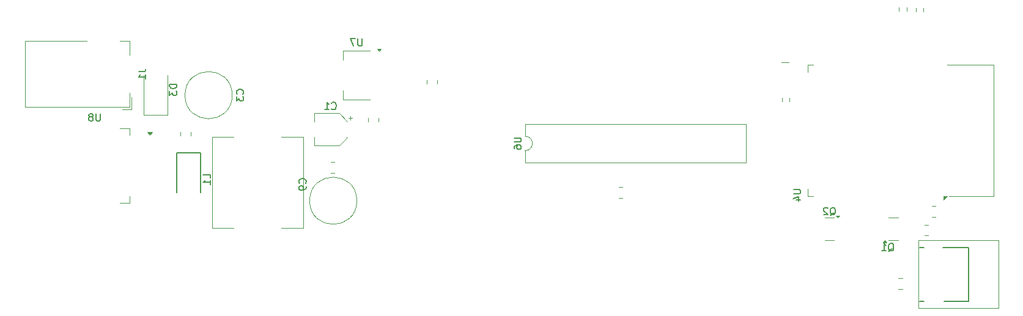
<source format=gbr>
%TF.GenerationSoftware,KiCad,Pcbnew,9.0.2*%
%TF.CreationDate,2025-06-20T14:11:32+05:30*%
%TF.ProjectId,clock,636c6f63-6b2e-46b6-9963-61645f706362,rev?*%
%TF.SameCoordinates,Original*%
%TF.FileFunction,Legend,Bot*%
%TF.FilePolarity,Positive*%
%FSLAX46Y46*%
G04 Gerber Fmt 4.6, Leading zero omitted, Abs format (unit mm)*
G04 Created by KiCad (PCBNEW 9.0.2) date 2025-06-20 14:11:32*
%MOMM*%
%LPD*%
G01*
G04 APERTURE LIST*
%ADD10C,0.150000*%
%ADD11C,0.120000*%
%ADD12C,0.203200*%
%ADD13C,0.050000*%
G04 APERTURE END LIST*
D10*
X68804819Y-123573333D02*
X68804819Y-123097143D01*
X68804819Y-123097143D02*
X67804819Y-123097143D01*
X68804819Y-124430476D02*
X68804819Y-123859048D01*
X68804819Y-124144762D02*
X67804819Y-124144762D01*
X67804819Y-124144762D02*
X67947676Y-124049524D01*
X67947676Y-124049524D02*
X68042914Y-123954286D01*
X68042914Y-123954286D02*
X68090533Y-123859048D01*
X85636666Y-113977080D02*
X85684285Y-114024700D01*
X85684285Y-114024700D02*
X85827142Y-114072319D01*
X85827142Y-114072319D02*
X85922380Y-114072319D01*
X85922380Y-114072319D02*
X86065237Y-114024700D01*
X86065237Y-114024700D02*
X86160475Y-113929461D01*
X86160475Y-113929461D02*
X86208094Y-113834223D01*
X86208094Y-113834223D02*
X86255713Y-113643747D01*
X86255713Y-113643747D02*
X86255713Y-113500890D01*
X86255713Y-113500890D02*
X86208094Y-113310414D01*
X86208094Y-113310414D02*
X86160475Y-113215176D01*
X86160475Y-113215176D02*
X86065237Y-113119938D01*
X86065237Y-113119938D02*
X85922380Y-113072319D01*
X85922380Y-113072319D02*
X85827142Y-113072319D01*
X85827142Y-113072319D02*
X85684285Y-113119938D01*
X85684285Y-113119938D02*
X85636666Y-113167557D01*
X84684285Y-114072319D02*
X85255713Y-114072319D01*
X84969999Y-114072319D02*
X84969999Y-113072319D01*
X84969999Y-113072319D02*
X85065237Y-113215176D01*
X85065237Y-113215176D02*
X85160475Y-113310414D01*
X85160475Y-113310414D02*
X85255713Y-113358033D01*
X149574819Y-125138095D02*
X150384342Y-125138095D01*
X150384342Y-125138095D02*
X150479580Y-125185714D01*
X150479580Y-125185714D02*
X150527200Y-125233333D01*
X150527200Y-125233333D02*
X150574819Y-125328571D01*
X150574819Y-125328571D02*
X150574819Y-125519047D01*
X150574819Y-125519047D02*
X150527200Y-125614285D01*
X150527200Y-125614285D02*
X150479580Y-125661904D01*
X150479580Y-125661904D02*
X150384342Y-125709523D01*
X150384342Y-125709523D02*
X149574819Y-125709523D01*
X149908152Y-126614285D02*
X150574819Y-126614285D01*
X149527200Y-126376190D02*
X150241485Y-126138095D01*
X150241485Y-126138095D02*
X150241485Y-126757142D01*
X89841904Y-104272319D02*
X89841904Y-105081842D01*
X89841904Y-105081842D02*
X89794285Y-105177080D01*
X89794285Y-105177080D02*
X89746666Y-105224700D01*
X89746666Y-105224700D02*
X89651428Y-105272319D01*
X89651428Y-105272319D02*
X89460952Y-105272319D01*
X89460952Y-105272319D02*
X89365714Y-105224700D01*
X89365714Y-105224700D02*
X89318095Y-105177080D01*
X89318095Y-105177080D02*
X89270476Y-105081842D01*
X89270476Y-105081842D02*
X89270476Y-104272319D01*
X88889523Y-104272319D02*
X88222857Y-104272319D01*
X88222857Y-104272319D02*
X88651428Y-105272319D01*
X110874819Y-117998095D02*
X111684342Y-117998095D01*
X111684342Y-117998095D02*
X111779580Y-118045714D01*
X111779580Y-118045714D02*
X111827200Y-118093333D01*
X111827200Y-118093333D02*
X111874819Y-118188571D01*
X111874819Y-118188571D02*
X111874819Y-118379047D01*
X111874819Y-118379047D02*
X111827200Y-118474285D01*
X111827200Y-118474285D02*
X111779580Y-118521904D01*
X111779580Y-118521904D02*
X111684342Y-118569523D01*
X111684342Y-118569523D02*
X110874819Y-118569523D01*
X110874819Y-119474285D02*
X110874819Y-119283809D01*
X110874819Y-119283809D02*
X110922438Y-119188571D01*
X110922438Y-119188571D02*
X110970057Y-119140952D01*
X110970057Y-119140952D02*
X111112914Y-119045714D01*
X111112914Y-119045714D02*
X111303390Y-118998095D01*
X111303390Y-118998095D02*
X111684342Y-118998095D01*
X111684342Y-118998095D02*
X111779580Y-119045714D01*
X111779580Y-119045714D02*
X111827200Y-119093333D01*
X111827200Y-119093333D02*
X111874819Y-119188571D01*
X111874819Y-119188571D02*
X111874819Y-119379047D01*
X111874819Y-119379047D02*
X111827200Y-119474285D01*
X111827200Y-119474285D02*
X111779580Y-119521904D01*
X111779580Y-119521904D02*
X111684342Y-119569523D01*
X111684342Y-119569523D02*
X111446247Y-119569523D01*
X111446247Y-119569523D02*
X111351009Y-119521904D01*
X111351009Y-119521904D02*
X111303390Y-119474285D01*
X111303390Y-119474285D02*
X111255771Y-119379047D01*
X111255771Y-119379047D02*
X111255771Y-119188571D01*
X111255771Y-119188571D02*
X111303390Y-119093333D01*
X111303390Y-119093333D02*
X111351009Y-119045714D01*
X111351009Y-119045714D02*
X111446247Y-118998095D01*
X73349580Y-111910833D02*
X73397200Y-111863214D01*
X73397200Y-111863214D02*
X73444819Y-111720357D01*
X73444819Y-111720357D02*
X73444819Y-111625119D01*
X73444819Y-111625119D02*
X73397200Y-111482262D01*
X73397200Y-111482262D02*
X73301961Y-111387024D01*
X73301961Y-111387024D02*
X73206723Y-111339405D01*
X73206723Y-111339405D02*
X73016247Y-111291786D01*
X73016247Y-111291786D02*
X72873390Y-111291786D01*
X72873390Y-111291786D02*
X72682914Y-111339405D01*
X72682914Y-111339405D02*
X72587676Y-111387024D01*
X72587676Y-111387024D02*
X72492438Y-111482262D01*
X72492438Y-111482262D02*
X72444819Y-111625119D01*
X72444819Y-111625119D02*
X72444819Y-111720357D01*
X72444819Y-111720357D02*
X72492438Y-111863214D01*
X72492438Y-111863214D02*
X72540057Y-111910833D01*
X72444819Y-112244167D02*
X72444819Y-112863214D01*
X72444819Y-112863214D02*
X72825771Y-112529881D01*
X72825771Y-112529881D02*
X72825771Y-112672738D01*
X72825771Y-112672738D02*
X72873390Y-112767976D01*
X72873390Y-112767976D02*
X72921009Y-112815595D01*
X72921009Y-112815595D02*
X73016247Y-112863214D01*
X73016247Y-112863214D02*
X73254342Y-112863214D01*
X73254342Y-112863214D02*
X73349580Y-112815595D01*
X73349580Y-112815595D02*
X73397200Y-112767976D01*
X73397200Y-112767976D02*
X73444819Y-112672738D01*
X73444819Y-112672738D02*
X73444819Y-112387024D01*
X73444819Y-112387024D02*
X73397200Y-112291786D01*
X73397200Y-112291786D02*
X73349580Y-112244167D01*
X53581904Y-114652319D02*
X53581904Y-115461842D01*
X53581904Y-115461842D02*
X53534285Y-115557080D01*
X53534285Y-115557080D02*
X53486666Y-115604700D01*
X53486666Y-115604700D02*
X53391428Y-115652319D01*
X53391428Y-115652319D02*
X53200952Y-115652319D01*
X53200952Y-115652319D02*
X53105714Y-115604700D01*
X53105714Y-115604700D02*
X53058095Y-115557080D01*
X53058095Y-115557080D02*
X53010476Y-115461842D01*
X53010476Y-115461842D02*
X53010476Y-114652319D01*
X52391428Y-115080890D02*
X52486666Y-115033271D01*
X52486666Y-115033271D02*
X52534285Y-114985652D01*
X52534285Y-114985652D02*
X52581904Y-114890414D01*
X52581904Y-114890414D02*
X52581904Y-114842795D01*
X52581904Y-114842795D02*
X52534285Y-114747557D01*
X52534285Y-114747557D02*
X52486666Y-114699938D01*
X52486666Y-114699938D02*
X52391428Y-114652319D01*
X52391428Y-114652319D02*
X52200952Y-114652319D01*
X52200952Y-114652319D02*
X52105714Y-114699938D01*
X52105714Y-114699938D02*
X52058095Y-114747557D01*
X52058095Y-114747557D02*
X52010476Y-114842795D01*
X52010476Y-114842795D02*
X52010476Y-114890414D01*
X52010476Y-114890414D02*
X52058095Y-114985652D01*
X52058095Y-114985652D02*
X52105714Y-115033271D01*
X52105714Y-115033271D02*
X52200952Y-115080890D01*
X52200952Y-115080890D02*
X52391428Y-115080890D01*
X52391428Y-115080890D02*
X52486666Y-115128509D01*
X52486666Y-115128509D02*
X52534285Y-115176128D01*
X52534285Y-115176128D02*
X52581904Y-115271366D01*
X52581904Y-115271366D02*
X52581904Y-115461842D01*
X52581904Y-115461842D02*
X52534285Y-115557080D01*
X52534285Y-115557080D02*
X52486666Y-115604700D01*
X52486666Y-115604700D02*
X52391428Y-115652319D01*
X52391428Y-115652319D02*
X52200952Y-115652319D01*
X52200952Y-115652319D02*
X52105714Y-115604700D01*
X52105714Y-115604700D02*
X52058095Y-115557080D01*
X52058095Y-115557080D02*
X52010476Y-115461842D01*
X52010476Y-115461842D02*
X52010476Y-115271366D01*
X52010476Y-115271366D02*
X52058095Y-115176128D01*
X52058095Y-115176128D02*
X52105714Y-115128509D01*
X52105714Y-115128509D02*
X52200952Y-115080890D01*
X58894819Y-108816666D02*
X59609104Y-108816666D01*
X59609104Y-108816666D02*
X59751961Y-108769047D01*
X59751961Y-108769047D02*
X59847200Y-108673809D01*
X59847200Y-108673809D02*
X59894819Y-108530952D01*
X59894819Y-108530952D02*
X59894819Y-108435714D01*
X59894819Y-109816666D02*
X59894819Y-109245238D01*
X59894819Y-109530952D02*
X58894819Y-109530952D01*
X58894819Y-109530952D02*
X59037676Y-109435714D01*
X59037676Y-109435714D02*
X59132914Y-109340476D01*
X59132914Y-109340476D02*
X59180533Y-109245238D01*
X81999580Y-124263333D02*
X82047200Y-124215714D01*
X82047200Y-124215714D02*
X82094819Y-124072857D01*
X82094819Y-124072857D02*
X82094819Y-123977619D01*
X82094819Y-123977619D02*
X82047200Y-123834762D01*
X82047200Y-123834762D02*
X81951961Y-123739524D01*
X81951961Y-123739524D02*
X81856723Y-123691905D01*
X81856723Y-123691905D02*
X81666247Y-123644286D01*
X81666247Y-123644286D02*
X81523390Y-123644286D01*
X81523390Y-123644286D02*
X81332914Y-123691905D01*
X81332914Y-123691905D02*
X81237676Y-123739524D01*
X81237676Y-123739524D02*
X81142438Y-123834762D01*
X81142438Y-123834762D02*
X81094819Y-123977619D01*
X81094819Y-123977619D02*
X81094819Y-124072857D01*
X81094819Y-124072857D02*
X81142438Y-124215714D01*
X81142438Y-124215714D02*
X81190057Y-124263333D01*
X82094819Y-124739524D02*
X82094819Y-124930000D01*
X82094819Y-124930000D02*
X82047200Y-125025238D01*
X82047200Y-125025238D02*
X81999580Y-125072857D01*
X81999580Y-125072857D02*
X81856723Y-125168095D01*
X81856723Y-125168095D02*
X81666247Y-125215714D01*
X81666247Y-125215714D02*
X81285295Y-125215714D01*
X81285295Y-125215714D02*
X81190057Y-125168095D01*
X81190057Y-125168095D02*
X81142438Y-125120476D01*
X81142438Y-125120476D02*
X81094819Y-125025238D01*
X81094819Y-125025238D02*
X81094819Y-124834762D01*
X81094819Y-124834762D02*
X81142438Y-124739524D01*
X81142438Y-124739524D02*
X81190057Y-124691905D01*
X81190057Y-124691905D02*
X81285295Y-124644286D01*
X81285295Y-124644286D02*
X81523390Y-124644286D01*
X81523390Y-124644286D02*
X81618628Y-124691905D01*
X81618628Y-124691905D02*
X81666247Y-124739524D01*
X81666247Y-124739524D02*
X81713866Y-124834762D01*
X81713866Y-124834762D02*
X81713866Y-125025238D01*
X81713866Y-125025238D02*
X81666247Y-125120476D01*
X81666247Y-125120476D02*
X81618628Y-125168095D01*
X81618628Y-125168095D02*
X81523390Y-125215714D01*
X64184819Y-110579405D02*
X63184819Y-110579405D01*
X63184819Y-110579405D02*
X63184819Y-110817500D01*
X63184819Y-110817500D02*
X63232438Y-110960357D01*
X63232438Y-110960357D02*
X63327676Y-111055595D01*
X63327676Y-111055595D02*
X63422914Y-111103214D01*
X63422914Y-111103214D02*
X63613390Y-111150833D01*
X63613390Y-111150833D02*
X63756247Y-111150833D01*
X63756247Y-111150833D02*
X63946723Y-111103214D01*
X63946723Y-111103214D02*
X64041961Y-111055595D01*
X64041961Y-111055595D02*
X64137200Y-110960357D01*
X64137200Y-110960357D02*
X64184819Y-110817500D01*
X64184819Y-110817500D02*
X64184819Y-110579405D01*
X63184819Y-111484167D02*
X63184819Y-112103214D01*
X63184819Y-112103214D02*
X63565771Y-111769881D01*
X63565771Y-111769881D02*
X63565771Y-111912738D01*
X63565771Y-111912738D02*
X63613390Y-112007976D01*
X63613390Y-112007976D02*
X63661009Y-112055595D01*
X63661009Y-112055595D02*
X63756247Y-112103214D01*
X63756247Y-112103214D02*
X63994342Y-112103214D01*
X63994342Y-112103214D02*
X64089580Y-112055595D01*
X64089580Y-112055595D02*
X64137200Y-112007976D01*
X64137200Y-112007976D02*
X64184819Y-111912738D01*
X64184819Y-111912738D02*
X64184819Y-111627024D01*
X64184819Y-111627024D02*
X64137200Y-111531786D01*
X64137200Y-111531786D02*
X64089580Y-111484167D01*
X162720238Y-133725057D02*
X162815476Y-133677438D01*
X162815476Y-133677438D02*
X162910714Y-133582200D01*
X162910714Y-133582200D02*
X163053571Y-133439342D01*
X163053571Y-133439342D02*
X163148809Y-133391723D01*
X163148809Y-133391723D02*
X163244047Y-133391723D01*
X163196428Y-133629819D02*
X163291666Y-133582200D01*
X163291666Y-133582200D02*
X163386904Y-133486961D01*
X163386904Y-133486961D02*
X163434523Y-133296485D01*
X163434523Y-133296485D02*
X163434523Y-132963152D01*
X163434523Y-132963152D02*
X163386904Y-132772676D01*
X163386904Y-132772676D02*
X163291666Y-132677438D01*
X163291666Y-132677438D02*
X163196428Y-132629819D01*
X163196428Y-132629819D02*
X163005952Y-132629819D01*
X163005952Y-132629819D02*
X162910714Y-132677438D01*
X162910714Y-132677438D02*
X162815476Y-132772676D01*
X162815476Y-132772676D02*
X162767857Y-132963152D01*
X162767857Y-132963152D02*
X162767857Y-133296485D01*
X162767857Y-133296485D02*
X162815476Y-133486961D01*
X162815476Y-133486961D02*
X162910714Y-133582200D01*
X162910714Y-133582200D02*
X163005952Y-133629819D01*
X163005952Y-133629819D02*
X163196428Y-133629819D01*
X161815476Y-133629819D02*
X162386904Y-133629819D01*
X162101190Y-133629819D02*
X162101190Y-132629819D01*
X162101190Y-132629819D02*
X162196428Y-132772676D01*
X162196428Y-132772676D02*
X162291666Y-132867914D01*
X162291666Y-132867914D02*
X162386904Y-132915533D01*
X154645238Y-128737557D02*
X154740476Y-128689938D01*
X154740476Y-128689938D02*
X154835714Y-128594700D01*
X154835714Y-128594700D02*
X154978571Y-128451842D01*
X154978571Y-128451842D02*
X155073809Y-128404223D01*
X155073809Y-128404223D02*
X155169047Y-128404223D01*
X155121428Y-128642319D02*
X155216666Y-128594700D01*
X155216666Y-128594700D02*
X155311904Y-128499461D01*
X155311904Y-128499461D02*
X155359523Y-128308985D01*
X155359523Y-128308985D02*
X155359523Y-127975652D01*
X155359523Y-127975652D02*
X155311904Y-127785176D01*
X155311904Y-127785176D02*
X155216666Y-127689938D01*
X155216666Y-127689938D02*
X155121428Y-127642319D01*
X155121428Y-127642319D02*
X154930952Y-127642319D01*
X154930952Y-127642319D02*
X154835714Y-127689938D01*
X154835714Y-127689938D02*
X154740476Y-127785176D01*
X154740476Y-127785176D02*
X154692857Y-127975652D01*
X154692857Y-127975652D02*
X154692857Y-128308985D01*
X154692857Y-128308985D02*
X154740476Y-128499461D01*
X154740476Y-128499461D02*
X154835714Y-128594700D01*
X154835714Y-128594700D02*
X154930952Y-128642319D01*
X154930952Y-128642319D02*
X155121428Y-128642319D01*
X154311904Y-127737557D02*
X154264285Y-127689938D01*
X154264285Y-127689938D02*
X154169047Y-127642319D01*
X154169047Y-127642319D02*
X153930952Y-127642319D01*
X153930952Y-127642319D02*
X153835714Y-127689938D01*
X153835714Y-127689938D02*
X153788095Y-127737557D01*
X153788095Y-127737557D02*
X153740476Y-127832795D01*
X153740476Y-127832795D02*
X153740476Y-127928033D01*
X153740476Y-127928033D02*
X153788095Y-128070890D01*
X153788095Y-128070890D02*
X154359523Y-128642319D01*
X154359523Y-128642319D02*
X153740476Y-128642319D01*
D11*
%TO.C,L1*%
X81660000Y-130487500D02*
X81660000Y-117887500D01*
X81660000Y-117887500D02*
X78660000Y-117887500D01*
X78660000Y-130487500D02*
X81660000Y-130487500D01*
X72060000Y-117887500D02*
X69060000Y-117887500D01*
X69060000Y-130487500D02*
X72060000Y-130487500D01*
X69060000Y-117887500D02*
X69060000Y-130487500D01*
%TO.C,C1*%
X83210000Y-114557500D02*
X83210000Y-115757500D01*
X83210000Y-119077500D02*
X83210000Y-117877500D01*
X86665563Y-114557500D02*
X83210000Y-114557500D01*
X86665563Y-119077500D02*
X83210000Y-119077500D01*
X87730000Y-115621937D02*
X86665563Y-114557500D01*
X87730000Y-115621937D02*
X87730000Y-115757500D01*
X87730000Y-118013063D02*
X86665563Y-119077500D01*
X87730000Y-118013063D02*
X87730000Y-117877500D01*
X88220000Y-115007500D02*
X88220000Y-115507500D01*
X88470000Y-115257500D02*
X87970000Y-115257500D01*
%TO.C,R7*%
X166517500Y-99992742D02*
X166517500Y-100467258D01*
X167562500Y-99992742D02*
X167562500Y-100467258D01*
%TO.C,C12*%
X125901252Y-124840000D02*
X125378748Y-124840000D01*
X125901252Y-126310000D02*
X125378748Y-126310000D01*
%TO.C,U4*%
X151530000Y-107860000D02*
X151530000Y-108860000D01*
X151530000Y-126100000D02*
X151530000Y-125100000D01*
X152310000Y-107860000D02*
X151530000Y-107860000D01*
X152310000Y-126100000D02*
X151530000Y-126100000D01*
X177270000Y-107860000D02*
X170855000Y-107860000D01*
X177270000Y-126100000D02*
X171110000Y-126100000D01*
X177270000Y-126100000D02*
X177270000Y-107860000D01*
X170385000Y-126605000D02*
X170385000Y-126105000D01*
X170885000Y-126105000D01*
X170385000Y-126605000D01*
G36*
X170385000Y-126605000D02*
G01*
X170385000Y-126105000D01*
X170885000Y-126105000D01*
X170385000Y-126605000D01*
G37*
D12*
%TO.C,SW1*%
X167650000Y-133150000D02*
X167050000Y-133150000D01*
X167650000Y-140650000D02*
X167050000Y-140650000D01*
X173800000Y-133150000D02*
X170300000Y-133150000D01*
X173800000Y-133150000D02*
X173800000Y-140650000D01*
X173800000Y-140650000D02*
X170450000Y-140650000D01*
D13*
X166850000Y-141600000D02*
X177950000Y-141600000D01*
X177950000Y-132200000D01*
X166850000Y-132200000D01*
X166850000Y-141600000D01*
D11*
%TO.C,U7*%
X87170000Y-105907500D02*
X87170000Y-107167500D01*
X87170000Y-112727500D02*
X87170000Y-111467500D01*
X90930000Y-105907500D02*
X87170000Y-105907500D01*
X90930000Y-112727500D02*
X87170000Y-112727500D01*
X92210000Y-106007500D02*
X91970000Y-105677500D01*
X92450000Y-105677500D01*
X92210000Y-106007500D01*
G36*
X92210000Y-106007500D02*
G01*
X91970000Y-105677500D01*
X92450000Y-105677500D01*
X92210000Y-106007500D01*
G37*
%TO.C,C8*%
X168763748Y-127460000D02*
X169286252Y-127460000D01*
X168763748Y-128930000D02*
X169286252Y-128930000D01*
%TO.C,C2*%
X90655000Y-115236248D02*
X90655000Y-115758752D01*
X92125000Y-115236248D02*
X92125000Y-115758752D01*
%TO.C,U6*%
X112420000Y-116110000D02*
X143020000Y-116110000D01*
X112420000Y-117760000D02*
X112420000Y-116110000D01*
X112420000Y-121410000D02*
X112420000Y-119760000D01*
X143020000Y-116110000D02*
X143020000Y-121410000D01*
X143020000Y-121410000D02*
X112420000Y-121410000D01*
X112420000Y-117760000D02*
G75*
G02*
X112420000Y-119760000I0J-1000000D01*
G01*
%TO.C,C3*%
X71860000Y-112077500D02*
G75*
G02*
X65320000Y-112077500I-3270000J0D01*
G01*
X65320000Y-112077500D02*
G75*
G02*
X71860000Y-112077500I3270000J0D01*
G01*
%TO.C,C11*%
X164641252Y-137435000D02*
X164118748Y-137435000D01*
X164641252Y-138905000D02*
X164118748Y-138905000D01*
%TO.C,C4*%
X64645000Y-117708752D02*
X64645000Y-117186248D01*
X66115000Y-117708752D02*
X66115000Y-117186248D01*
%TO.C,U8*%
X56280000Y-116647500D02*
X57645000Y-116647500D01*
X56280000Y-127047500D02*
X57645000Y-127047500D01*
X57645000Y-116647500D02*
X57645000Y-117597500D01*
X57645000Y-127047500D02*
X57645000Y-126097500D01*
X60470000Y-117637500D02*
X60130000Y-117167500D01*
X60810000Y-117167500D01*
X60470000Y-117637500D01*
G36*
X60470000Y-117637500D02*
G01*
X60130000Y-117167500D01*
X60810000Y-117167500D01*
X60470000Y-117637500D01*
G37*
%TO.C,C10*%
X86061252Y-121365000D02*
X85538748Y-121365000D01*
X86061252Y-122835000D02*
X85538748Y-122835000D01*
%TO.C,J1*%
X43140000Y-104550000D02*
X43140000Y-113750000D01*
X43140000Y-113750000D02*
X57640000Y-113750000D01*
X51740000Y-104550000D02*
X43140000Y-104550000D01*
X57640000Y-104550000D02*
X56340000Y-104550000D01*
X57640000Y-106550000D02*
X57640000Y-104550000D01*
X57640000Y-113750000D02*
X57640000Y-111750000D01*
X57940000Y-112350000D02*
X57940000Y-114050000D01*
X57940000Y-114050000D02*
X56640000Y-114050000D01*
%TO.C,C9*%
X89120000Y-126700000D02*
G75*
G02*
X82580000Y-126700000I-3270000J0D01*
G01*
X82580000Y-126700000D02*
G75*
G02*
X89120000Y-126700000I3270000J0D01*
G01*
%TO.C,C7*%
X167738748Y-130065000D02*
X168261252Y-130065000D01*
X167738748Y-131535000D02*
X168261252Y-131535000D01*
%TO.C,D5*%
X147950000Y-107542500D02*
X148950000Y-107542500D01*
%TO.C,C6*%
X98765000Y-109946248D02*
X98765000Y-110468752D01*
X100235000Y-109946248D02*
X100235000Y-110468752D01*
%TO.C,D3*%
X59580000Y-114827500D02*
X59580000Y-109317500D01*
X62880000Y-114827500D02*
X59580000Y-114827500D01*
X62880000Y-114827500D02*
X62880000Y-109317500D01*
D10*
%TO.C,D4*%
X64150000Y-120047500D02*
X64150000Y-125557500D01*
X64150000Y-120047500D02*
X67450000Y-120047500D01*
X67450000Y-120047500D02*
X67450000Y-125557500D01*
D11*
%TO.C,R6*%
X164207500Y-99952742D02*
X164207500Y-100427258D01*
X165252500Y-99952742D02*
X165252500Y-100427258D01*
%TO.C,Q1*%
X163407500Y-129070000D02*
X162757500Y-129070000D01*
X163407500Y-129070000D02*
X164057500Y-129070000D01*
X163407500Y-132190000D02*
X162757500Y-132190000D01*
X163407500Y-132190000D02*
X164057500Y-132190000D01*
X162485000Y-132470000D02*
X162005000Y-132470000D01*
X162245000Y-132140000D01*
X162485000Y-132470000D01*
G36*
X162485000Y-132470000D02*
G01*
X162005000Y-132470000D01*
X162245000Y-132140000D01*
X162485000Y-132470000D01*
G37*
%TO.C,Q2*%
X154550000Y-129027500D02*
X153900000Y-129027500D01*
X154550000Y-129027500D02*
X155200000Y-129027500D01*
X154550000Y-132147500D02*
X153900000Y-132147500D01*
X154550000Y-132147500D02*
X155200000Y-132147500D01*
X155712500Y-129077500D02*
X155472500Y-128747500D01*
X155952500Y-128747500D01*
X155712500Y-129077500D01*
G36*
X155712500Y-129077500D02*
G01*
X155472500Y-128747500D01*
X155952500Y-128747500D01*
X155712500Y-129077500D01*
G37*
%TO.C,R5*%
X147957500Y-112452742D02*
X147957500Y-112927258D01*
X149002500Y-112452742D02*
X149002500Y-112927258D01*
%TD*%
M02*

</source>
